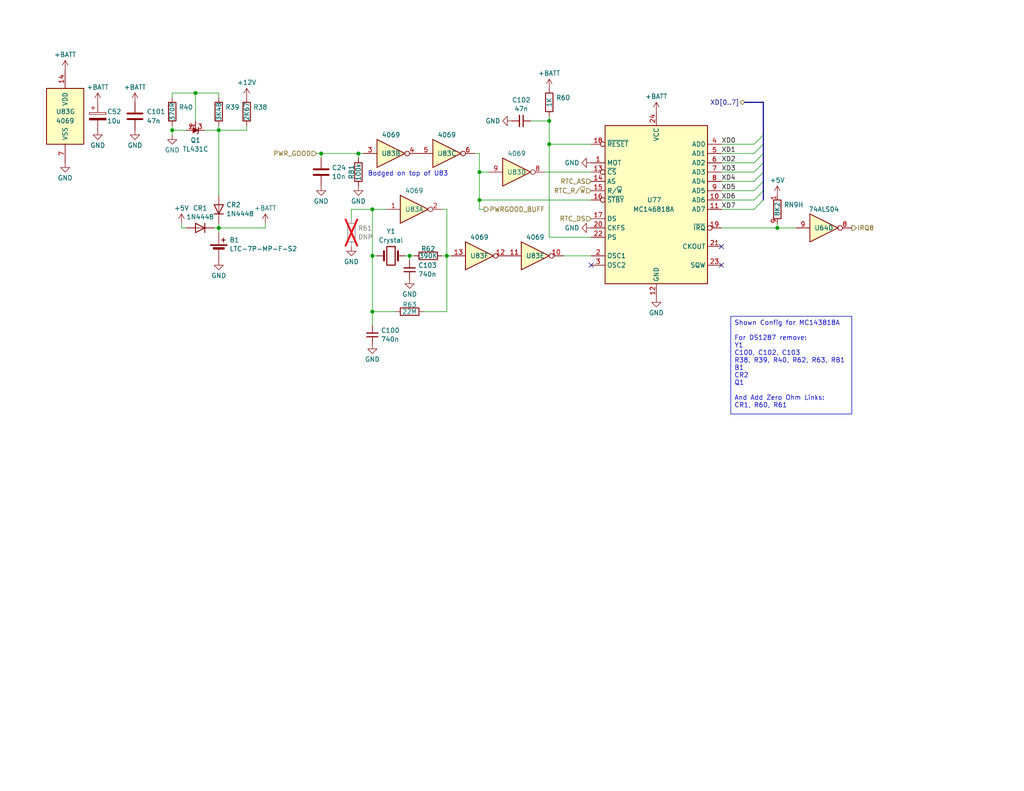
<source format=kicad_sch>
(kicad_sch (version 20230121) (generator eeschema)
  (paper "USLetter")
  (lib_symbols
    (symbol "+12V_1" (power) (pin_names (offset 0))
      (property "Value" "+12V_1" (at 0 3.556 0))
      (symbol "+12V_1_0_1"
        (polyline (pts (xy -0.762 1.27) (xy 0 2.54)))
        (polyline (pts (xy 0 0) (xy 0 2.54)))
        (polyline (pts (xy 0 2.54) (xy 0.762 1.27)))
      )
      (symbol "+12V_1_1_1"
        (pin power_in line (at 0 0 90) (length 0) hide (name "+12V") (number "1"))
      )
    )
    (symbol "4xxx:4069" (pin_names (offset 1.016))
      (property "Reference" "U" (at 0 1.27 0))
      (property "Value" "4069" (at 0 -1.27 0))
      (symbol "4069_1_0"
        (polyline (pts (xy -3.81 3.81) (xy -3.81 -3.81) (xy 3.81 0) (xy -3.81 3.81)) (stroke (width 0.254)) (fill (type background)))
        (pin input line (at -7.62 0 0) (length 3.81) (name "~") (number "1"))
        (pin output inverted (at 7.62 0 180) (length 3.81) (name "~") (number "2"))
      )
      (symbol "4069_2_0"
        (polyline (pts (xy -3.81 3.81) (xy -3.81 -3.81) (xy 3.81 0) (xy -3.81 3.81)) (stroke (width 0.254)) (fill (type background)))
        (pin input line (at -7.62 0 0) (length 3.81) (name "~") (number "3"))
        (pin output inverted (at 7.62 0 180) (length 3.81) (name "~") (number "4"))
      )
      (symbol "4069_3_0"
        (polyline (pts (xy -3.81 3.81) (xy -3.81 -3.81) (xy 3.81 0) (xy -3.81 3.81)) (stroke (width 0.254)) (fill (type background)))
        (pin input line (at -7.62 0 0) (length 3.81) (name "~") (number "5"))
        (pin output inverted (at 7.62 0 180) (length 3.81) (name "~") (number "6"))
      )
      (symbol "4069_4_0"
        (polyline (pts (xy -3.81 3.81) (xy -3.81 -3.81) (xy 3.81 0) (xy -3.81 3.81)) (stroke (width 0.254)) (fill (type background)))
        (pin output inverted (at 7.62 0 180) (length 3.81) (name "~") (number "8"))
        (pin input line (at -7.62 0 0) (length 3.81) (name "~") (number "9"))
      )
      (symbol "4069_5_0"
        (polyline (pts (xy -3.81 3.81) (xy -3.81 -3.81) (xy 3.81 0) (xy -3.81 3.81)) (stroke (width 0.254)) (fill (type background)))
        (pin output inverted (at 7.62 0 180) (length 3.81) (name "~") (number "10"))
        (pin input line (at -7.62 0 0) (length 3.81) (name "~") (number "11"))
      )
      (symbol "4069_6_0"
        (polyline (pts (xy -3.81 3.81) (xy -3.81 -3.81) (xy 3.81 0) (xy -3.81 3.81)) (stroke (width 0.254)) (fill (type background)))
        (pin output inverted (at 7.62 0 180) (length 3.81) (name "~") (number "12"))
        (pin input line (at -7.62 0 0) (length 3.81) (name "~") (number "13"))
      )
      (symbol "4069_7_0"
        (pin power_in line (at 0 12.7 270) (length 5.08) (name "VDD") (number "14"))
        (pin power_in line (at 0 -12.7 90) (length 5.08) (name "VSS") (number "7"))
      )
      (symbol "4069_7_1"
        (rectangle (start -5.08 7.62) (end 5.08 -7.62) (stroke (width 0.254)) (fill (type background)))
      )
    )
    (symbol "74xx:74LS04"
      (property "Reference" "U" (at 0 1.27 0))
      (property "Value" "74LS04" (at 0 -1.27 0))
      (symbol "74LS04_1_0"
        (polyline (pts (xy -3.81 3.81) (xy -3.81 -3.81) (xy 3.81 0) (xy -3.81 3.81)) (stroke (width 0.254)) (fill (type background)))
        (pin input line (at -7.62 0 0) (length 3.81) (name "~") (number "1"))
        (pin output inverted (at 7.62 0 180) (length 3.81) (name "~") (number "2"))
      )
      (symbol "74LS04_2_0"
        (polyline (pts (xy -3.81 3.81) (xy -3.81 -3.81) (xy 3.81 0) (xy -3.81 3.81)) (stroke (width 0.254)) (fill (type background)))
        (pin input line (at -7.62 0 0) (length 3.81) (name "~") (number "3"))
        (pin output inverted (at 7.62 0 180) (length 3.81) (name "~") (number "4"))
      )
      (symbol "74LS04_3_0"
        (polyline (pts (xy -3.81 3.81) (xy -3.81 -3.81) (xy 3.81 0) (xy -3.81 3.81)) (stroke (width 0.254)) (fill (type background)))
        (pin input line (at -7.62 0 0) (length 3.81) (name "~") (number "5"))
        (pin output inverted (at 7.62 0 180) (length 3.81) (name "~") (number "6"))
      )
      (symbol "74LS04_4_0"
        (polyline (pts (xy -3.81 3.81) (xy -3.81 -3.81) (xy 3.81 0) (xy -3.81 3.81)) (stroke (width 0.254)) (fill (type background)))
        (pin output inverted (at 7.62 0 180) (length 3.81) (name "~") (number "8"))
        (pin input line (at -7.62 0 0) (length 3.81) (name "~") (number "9"))
      )
      (symbol "74LS04_5_0"
        (polyline (pts (xy -3.81 3.81) (xy -3.81 -3.81) (xy 3.81 0) (xy -3.81 3.81)) (stroke (width 0.254)) (fill (type background)))
        (pin output inverted (at 7.62 0 180) (length 3.81) (name "~") (number "10"))
        (pin input line (at -7.62 0 0) (length 3.81) (name "~") (number "11"))
      )
      (symbol "74LS04_6_0"
        (polyline (pts (xy -3.81 3.81) (xy -3.81 -3.81) (xy 3.81 0) (xy -3.81 3.81)) (stroke (width 0.254)) (fill (type background)))
        (pin output inverted (at 7.62 0 180) (length 3.81) (name "~") (number "12"))
        (pin input line (at -7.62 0 0) (length 3.81) (name "~") (number "13"))
      )
      (symbol "74LS04_7_0"
        (pin power_in line (at 0 12.7 270) (length 5.08) (name "VCC") (number "14"))
        (pin power_in line (at 0 -12.7 90) (length 5.08) (name "GND") (number "7"))
      )
      (symbol "74LS04_7_1"
        (rectangle (start -5.08 7.62) (end 5.08 -7.62) (stroke (width 0.254)) (fill (type background)))
      )
    )
    (symbol "Device:Battery_Cell" (pin_numbers hide) (pin_names (offset 0) hide)
      (property "Reference" "BT" (at 2.54 2.54 0))
      (property "Value" "Battery_Cell" (at 2.54 0 0))
      (symbol "Battery_Cell_0_1"
        (rectangle (start -2.286 1.778) (end 2.286 1.524) (fill (type outline)))
        (rectangle (start -1.524 1.016) (end 1.524 0.508) (fill (type outline)))
        (polyline (pts (xy 0 0.762) (xy 0 0)))
        (polyline (pts (xy 0 1.778) (xy 0 2.54)))
        (polyline (pts (xy 0.762 3.048) (xy 1.778 3.048)) (stroke (width 0.254)))
        (polyline (pts (xy 1.27 3.556) (xy 1.27 2.54)) (stroke (width 0.254)))
      )
      (symbol "Battery_Cell_1_1"
        (pin passive line (at 0 5.08 270) (length 2.54) (name "+") (number "1"))
        (pin passive line (at 0 -2.54 90) (length 2.54) (name "-") (number "2"))
      )
    )
    (symbol "Device:C" (pin_numbers hide) (pin_names (offset 0.254))
      (property "Reference" "C" (at 0.635 2.54 0))
      (property "Value" "C" (at 0.635 -2.54 0))
      (symbol "C_0_1"
        (polyline (pts (xy -2.032 -0.762) (xy 2.032 -0.762)) (stroke (width 0.508)))
        (polyline (pts (xy -2.032 0.762) (xy 2.032 0.762)) (stroke (width 0.508)))
      )
      (symbol "C_1_1"
        (pin passive line (at 0 3.81 270) (length 2.794) (name "~") (number "1"))
        (pin passive line (at 0 -3.81 90) (length 2.794) (name "~") (number "2"))
      )
    )
    (symbol "Device:C_Polarized" (pin_numbers hide) (pin_names (offset 0.254))
      (property "Reference" "C" (at 0.635 2.54 0))
      (property "Value" "C_Polarized" (at 0.635 -2.54 0))
      (symbol "C_Polarized_0_1"
        (rectangle (start -2.286 0.508) (end 2.286 1.016))
        (polyline (pts (xy -1.778 2.286) (xy -0.762 2.286)))
        (polyline (pts (xy -1.27 2.794) (xy -1.27 1.778)))
        (rectangle (start 2.286 -0.508) (end -2.286 -1.016) (fill (type outline)))
      )
      (symbol "C_Polarized_1_1"
        (pin passive line (at 0 3.81 270) (length 2.794) (name "~") (number "1"))
        (pin passive line (at 0 -3.81 90) (length 2.794) (name "~") (number "2"))
      )
    )
    (symbol "Device:C_Small" (pin_numbers hide) (pin_names (offset 0.254) hide)
      (property "Reference" "C" (at 0.254 1.778 0))
      (property "Value" "C_Small" (at 0.254 -2.032 0))
      (symbol "C_Small_0_1"
        (polyline (pts (xy -1.524 -0.508) (xy 1.524 -0.508)) (stroke (width 0.3302)))
        (polyline (pts (xy -1.524 0.508) (xy 1.524 0.508)) (stroke (width 0.3048)))
      )
      (symbol "C_Small_1_1"
        (pin passive line (at 0 2.54 270) (length 2.032) (name "~") (number "1"))
        (pin passive line (at 0 -2.54 90) (length 2.032) (name "~") (number "2"))
      )
    )
    (symbol "Device:Crystal" (pin_numbers hide) (pin_names (offset 1.016) hide)
      (property "Reference" "Y" (at 0 3.81 0))
      (property "Value" "Crystal" (at 0 -3.81 0))
      (symbol "Crystal_0_1"
        (rectangle (start -1.143 2.54) (end 1.143 -2.54) (stroke (width 0.3048)))
        (polyline (pts (xy -2.54 0) (xy -1.905 0)))
        (polyline (pts (xy -1.905 -1.27) (xy -1.905 1.27)) (stroke (width 0.508)))
        (polyline (pts (xy 1.905 -1.27) (xy 1.905 1.27)) (stroke (width 0.508)))
        (polyline (pts (xy 2.54 0) (xy 1.905 0)))
      )
      (symbol "Crystal_1_1"
        (pin passive line (at -3.81 0 0) (length 1.27) (name "1") (number "1"))
        (pin passive line (at 3.81 0 180) (length 1.27) (name "2") (number "2"))
      )
    )
    (symbol "Device:D" (pin_numbers hide) (pin_names (offset 1.016) hide)
      (property "Reference" "D" (at 0 2.54 0))
      (property "Value" "D" (at 0 -2.54 0))
      (symbol "D_0_1"
        (polyline (pts (xy -1.27 1.27) (xy -1.27 -1.27)) (stroke (width 0.254)))
        (polyline (pts (xy 1.27 0) (xy -1.27 0)))
        (polyline (pts (xy 1.27 1.27) (xy 1.27 -1.27) (xy -1.27 0) (xy 1.27 1.27)) (stroke (width 0.254)))
      )
      (symbol "D_1_1"
        (pin passive line (at -3.81 0 0) (length 2.54) (name "K") (number "1"))
        (pin passive line (at 3.81 0 180) (length 2.54) (name "A") (number "2"))
      )
    )
    (symbol "Device:R" (pin_numbers hide) (pin_names (offset 0))
      (property "Reference" "R" (at 2.032 0 90))
      (property "Value" "R" (at 0 0 90))
      (symbol "R_0_1"
        (rectangle (start -1.016 -2.54) (end 1.016 2.54) (stroke (width 0.254)))
      )
      (symbol "R_1_1"
        (pin passive line (at 0 3.81 270) (length 1.27) (name "~") (number "1"))
        (pin passive line (at 0 -3.81 90) (length 1.27) (name "~") (number "2"))
      )
    )
    (symbol "Device:R_Network09_Split" (pin_names (offset 0) hide)
      (property "Reference" "RN" (at 2.032 0 90))
      (property "Value" "R_Network09_Split" (at 0 0 90))
      (symbol "R_Network09_Split_0_1"
        (rectangle (start 1.016 2.54) (end -1.016 -2.54) (stroke (width 0.254)))
        (pin passive line (at 0 3.81 270) (length 1.27) (name "R1") (number "1"))
      )
      (symbol "R_Network09_Split_1_1"
        (pin passive line (at 0 -3.81 90) (length 1.27) (name "R1.2") (number "2"))
      )
      (symbol "R_Network09_Split_2_1"
        (pin passive line (at 0 -3.81 90) (length 1.27) (name "R2.2") (number "3"))
      )
      (symbol "R_Network09_Split_3_1"
        (pin passive line (at 0 -3.81 90) (length 1.27) (name "R3.2") (number "4"))
      )
      (symbol "R_Network09_Split_4_1"
        (pin passive line (at 0 -3.81 90) (length 1.27) (name "R4.2") (number "5"))
      )
      (symbol "R_Network09_Split_5_1"
        (pin passive line (at 0 -3.81 90) (length 1.27) (name "R5.2") (number "6"))
      )
      (symbol "R_Network09_Split_6_1"
        (pin passive line (at 0 -3.81 90) (length 1.27) (name "R6.2") (number "7"))
      )
      (symbol "R_Network09_Split_7_1"
        (pin passive line (at 0 -3.81 90) (length 1.27) (name "R7.2") (number "8"))
      )
      (symbol "R_Network09_Split_8_1"
        (pin passive line (at 0 -3.81 90) (length 1.27) (name "R8.2") (number "9"))
      )
      (symbol "R_Network09_Split_9_1"
        (pin passive line (at 0 -3.81 90) (length 1.27) (name "R9.2") (number "10"))
      )
    )
    (symbol "Reference_Voltage:TL431LP" (pin_names hide)
      (property "Reference" "U" (at -2.54 2.54 0))
      (property "Value" "TL431LP" (at 0 -2.54 0))
      (symbol "TL431LP_0_1"
        (polyline (pts (xy -1.27 0) (xy 0 0) (xy 1.27 0)))
        (polyline (pts (xy -0.762 0.762) (xy 0.762 0) (xy -0.762 -0.762)) (fill (type outline)))
        (polyline (pts (xy 0.508 -1.016) (xy 0.762 -0.762) (xy 0.762 0.762) (xy 0.762 0.762)) (stroke (width 0.254)))
      )
      (symbol "TL431LP_1_1"
        (pin passive line (at 0 2.54 270) (length 2.54) (name "REF") (number "1"))
        (pin passive line (at -2.54 0 0) (length 2.54) (name "A") (number "2"))
        (pin passive line (at 2.54 0 180) (length 2.54) (name "K") (number "3"))
      )
    )
    (symbol "power:+5V" (power) (pin_names (offset 0))
      (property "Value" "+5V" (at 0 3.556 0))
      (symbol "+5V_0_1"
        (polyline (pts (xy -0.762 1.27) (xy 0 2.54)))
        (polyline (pts (xy 0 0) (xy 0 2.54)))
        (polyline (pts (xy 0 2.54) (xy 0.762 1.27)))
      )
      (symbol "+5V_1_1"
        (pin power_in line (at 0 0 90) (length 0) hide (name "+5V") (number "1"))
      )
    )
    (symbol "power:+BATT" (power) (pin_names (offset 0))
      (property "Value" "+BATT" (at 0 3.556 0))
      (symbol "+BATT_0_1"
        (polyline (pts (xy -0.762 1.27) (xy 0 2.54)))
        (polyline (pts (xy 0 0) (xy 0 2.54)))
        (polyline (pts (xy 0 2.54) (xy 0.762 1.27)))
      )
      (symbol "+BATT_1_1"
        (pin power_in line (at 0 0 90) (length 0) hide (name "+BATT") (number "1"))
      )
    )
    (symbol "power:GND" (power) (pin_names (offset 0))
      (property "Value" "GND" (at 0 -3.81 0))
      (symbol "GND_0_1"
        (polyline (pts (xy 0 0) (xy 0 -1.27) (xy 1.27 -1.27) (xy 0 -2.54) (xy -1.27 -1.27) (xy 0 -1.27)))
      )
      (symbol "GND_1_1"
        (pin power_in line (at 0 0 270) (length 0) hide (name "GND") (number "1"))
      )
    )
    (symbol "raysstuff:MC146818A"
      (property "Reference" "U" (at 0 1.27 0))
      (property "Value" "MC146818A" (at 0 -1.27 0))
      (symbol "MC146818A_1_1"
        (rectangle (start -13.97 21.59) (end 13.97 -21.59) (stroke (width 0.254)) (fill (type background)))
        (pin input line (at -17.78 11.43 0) (length 3.81) (name "MOT") (number "1"))
        (pin tri_state line (at 17.78 1.27 180) (length 3.81) (name "AD6") (number "10"))
        (pin tri_state line (at 17.78 -1.27 180) (length 3.81) (name "AD7") (number "11"))
        (pin power_in line (at 0 -25.4 90) (length 3.81) (name "GND") (number "12"))
        (pin input inverted (at -17.78 8.89 0) (length 3.81) (name "~{CS}") (number "13"))
        (pin input line (at -17.78 6.35 0) (length 3.81) (name "AS") (number "14"))
        (pin input line (at -17.78 3.81 0) (length 3.81) (name "R/~{W}") (number "15"))
        (pin input inverted (at -17.78 1.27 0) (length 3.81) (name "~{STBY}") (number "16"))
        (pin input line (at -17.78 -3.81 0) (length 3.81) (name "DS") (number "17"))
        (pin input inverted (at -17.78 16.51 0) (length 3.81) (name "~{RESET}") (number "18"))
        (pin output inverted (at 17.78 -6.35 180) (length 3.81) (name "~{IRQ}") (number "19"))
        (pin input line (at -17.78 -13.97 0) (length 3.81) (name "OSC1") (number "2"))
        (pin input line (at -17.78 -6.35 0) (length 3.81) (name "CKFS") (number "20"))
        (pin output line (at 17.78 -11.43 180) (length 3.81) (name "CKOUT") (number "21"))
        (pin input line (at -17.78 -8.89 0) (length 3.81) (name "PS") (number "22"))
        (pin output line (at 17.78 -16.51 180) (length 3.81) (name "SQW") (number "23"))
        (pin power_in line (at 0 25.4 270) (length 3.81) (name "VCC") (number "24"))
        (pin output line (at -17.78 -16.51 0) (length 3.81) (name "OSC2") (number "3"))
        (pin tri_state line (at 17.78 16.51 180) (length 3.81) (name "AD0") (number "4"))
        (pin tri_state line (at 17.78 13.97 180) (length 3.81) (name "AD1") (number "5"))
        (pin tri_state line (at 17.78 11.43 180) (length 3.81) (name "AD2") (number "6"))
        (pin tri_state line (at 17.78 8.89 180) (length 3.81) (name "AD3") (number "7"))
        (pin tri_state line (at 17.78 6.35 180) (length 3.81) (name "AD4") (number "8"))
        (pin tri_state line (at 17.78 3.81 180) (length 3.81) (name "AD5") (number "9"))
      )
    )
  )
  (junction (at 101.6 85.09))
  (junction (at 59.69 35.56))
  (junction (at 59.69 62.23))
  (junction (at 111.76 69.85))
  (junction (at 149.86 33.02))
  (junction (at 149.86 39.37))
  (junction (at 46.99 35.56))
  (junction (at 87.63 41.91))
  (junction (at 212.09 62.23))
  (junction (at 101.6 69.85))
  (junction (at 97.79 41.91))
  (junction (at 101.6 57.15))
  (junction (at 130.81 54.61))
  (junction (at 130.81 46.99))
  (junction (at 53.34 25.4))
  (junction (at 121.92 69.85))
  (no_connect (at 161.29 72.39))
  (no_connect (at 196.85 67.31))
  (no_connect (at 196.85 72.39))
  (bus_entry (at 208.28 54.61) (size -2.54 2.54))
  (bus_entry (at 208.28 39.37) (size -2.54 2.54))
  (bus_entry (at 208.28 52.07) (size -2.54 2.54))
  (bus_entry (at 208.28 46.99) (size -2.54 2.54))
  (bus_entry (at 208.28 44.45) (size -2.54 2.54))
  (bus_entry (at 208.28 36.83) (size -2.54 2.54))
  (bus_entry (at 208.28 49.53) (size -2.54 2.54))
  (bus_entry (at 208.28 41.91) (size -2.54 2.54))
  (wire (pts (xy 149.86 64.77) (xy 161.29 64.77)))
  (wire (pts (xy 95.885 59.69) (xy 95.885 57.15)))
  (wire (pts (xy 46.99 26.67) (xy 46.99 25.4)))
  (wire (pts (xy 87.63 41.91) (xy 97.79 41.91)))
  (wire (pts (xy 120.65 57.15) (xy 121.92 57.15)))
  (bus (pts (xy 208.28 41.91) (xy 208.28 44.45)))
  (wire (pts (xy 59.69 35.56) (xy 67.31 35.56)))
  (wire (pts (xy 121.92 57.15) (xy 121.92 69.85)))
  (wire (pts (xy 149.86 33.02) (xy 149.86 39.37)))
  (wire (pts (xy 149.86 31.75) (xy 149.86 33.02)))
  (wire (pts (xy 148.59 46.99) (xy 161.29 46.99)))
  (wire (pts (xy 59.69 26.67) (xy 59.69 25.4)))
  (wire (pts (xy 111.76 69.85) (xy 111.76 71.12)))
  (wire (pts (xy 59.69 60.96) (xy 59.69 62.23)))
  (bus (pts (xy 208.28 52.07) (xy 208.28 54.61)))
  (wire (pts (xy 129.54 41.91) (xy 130.81 41.91)))
  (wire (pts (xy 110.49 69.85) (xy 111.76 69.85)))
  (wire (pts (xy 86.36 41.91) (xy 87.63 41.91)))
  (wire (pts (xy 149.86 39.37) (xy 149.86 64.77)))
  (wire (pts (xy 132.08 57.15) (xy 130.81 57.15)))
  (wire (pts (xy 53.34 25.4) (xy 53.34 33.02)))
  (wire (pts (xy 59.69 62.23) (xy 59.69 63.5)))
  (wire (pts (xy 217.17 62.23) (xy 212.09 62.23)))
  (wire (pts (xy 196.85 49.53) (xy 205.74 49.53)))
  (wire (pts (xy 67.31 34.29) (xy 67.31 35.56)))
  (wire (pts (xy 115.57 85.09) (xy 121.92 85.09)))
  (wire (pts (xy 196.85 46.99) (xy 205.74 46.99)))
  (wire (pts (xy 101.6 57.15) (xy 101.6 69.85)))
  (bus (pts (xy 208.28 39.37) (xy 208.28 41.91)))
  (wire (pts (xy 196.85 54.61) (xy 205.74 54.61)))
  (wire (pts (xy 55.88 35.56) (xy 59.69 35.56)))
  (wire (pts (xy 196.85 52.07) (xy 205.74 52.07)))
  (wire (pts (xy 196.85 57.15) (xy 205.74 57.15)))
  (wire (pts (xy 46.99 35.56) (xy 50.8 35.56)))
  (wire (pts (xy 46.99 34.29) (xy 46.99 35.56)))
  (wire (pts (xy 46.99 25.4) (xy 53.34 25.4)))
  (wire (pts (xy 101.6 57.15) (xy 105.41 57.15)))
  (wire (pts (xy 196.85 44.45) (xy 205.74 44.45)))
  (wire (pts (xy 46.99 35.56) (xy 46.99 36.83)))
  (bus (pts (xy 208.28 44.45) (xy 208.28 46.99)))
  (bus (pts (xy 208.28 36.83) (xy 208.28 39.37)))
  (wire (pts (xy 72.39 60.96) (xy 72.39 62.23)))
  (bus (pts (xy 208.28 49.53) (xy 208.28 52.07)))
  (wire (pts (xy 101.6 69.85) (xy 101.6 85.09)))
  (wire (pts (xy 97.79 41.91) (xy 99.06 41.91)))
  (wire (pts (xy 130.81 46.99) (xy 130.81 41.91)))
  (wire (pts (xy 130.81 57.15) (xy 130.81 54.61)))
  (wire (pts (xy 49.53 62.23) (xy 50.8 62.23)))
  (wire (pts (xy 53.34 25.4) (xy 59.69 25.4)))
  (wire (pts (xy 101.6 85.09) (xy 107.95 85.09)))
  (bus (pts (xy 208.28 46.99) (xy 208.28 49.53)))
  (wire (pts (xy 58.42 62.23) (xy 59.69 62.23)))
  (bus (pts (xy 203.2 27.94) (xy 208.28 27.94)))
  (wire (pts (xy 149.86 39.37) (xy 161.29 39.37)))
  (wire (pts (xy 130.81 46.99) (xy 133.35 46.99)))
  (wire (pts (xy 196.85 41.91) (xy 205.74 41.91)))
  (wire (pts (xy 130.81 54.61) (xy 161.29 54.61)))
  (wire (pts (xy 97.79 43.18) (xy 97.79 41.91)))
  (bus (pts (xy 208.28 27.94) (xy 208.28 36.83)))
  (wire (pts (xy 153.67 69.85) (xy 161.29 69.85)))
  (wire (pts (xy 87.63 41.91) (xy 87.63 43.18)))
  (wire (pts (xy 59.69 34.29) (xy 59.69 35.56)))
  (wire (pts (xy 101.6 69.85) (xy 102.87 69.85)))
  (wire (pts (xy 95.885 57.15) (xy 101.6 57.15)))
  (wire (pts (xy 123.19 69.85) (xy 121.92 69.85)))
  (wire (pts (xy 144.78 33.02) (xy 149.86 33.02)))
  (wire (pts (xy 212.09 60.96) (xy 212.09 62.23)))
  (wire (pts (xy 49.53 60.96) (xy 49.53 62.23)))
  (wire (pts (xy 130.81 46.99) (xy 130.81 54.61)))
  (wire (pts (xy 101.6 85.09) (xy 101.6 88.9)))
  (wire (pts (xy 59.69 53.34) (xy 59.69 35.56)))
  (wire (pts (xy 121.92 69.85) (xy 120.65 69.85)))
  (wire (pts (xy 196.85 39.37) (xy 205.74 39.37)))
  (wire (pts (xy 121.92 85.09) (xy 121.92 69.85)))
  (wire (pts (xy 59.69 62.23) (xy 72.39 62.23)))
  (wire (pts (xy 196.85 62.23) (xy 212.09 62.23)))
  (wire (pts (xy 111.76 69.85) (xy 113.03 69.85)))
  (text_box "Shown Config for MC143818A\n\nFor DS1287 remove:\nY1\nC100, C102, C103\nR38, R39, R40, R62, R63, RB1\nB1\nCR2\nQ1\n\nAnd Add Zero Ohm Links:\nCR1, R60, R61" (at 199.39 86.36 0) (size 33.02 26.67) (effects (font (size 1.27 1.27)) (justify left top)))
  (text "Bodged on top of U83" (at 100.33 48.26 0) (effects (font (size 1.27 1.27)) (justify left bottom)))
  (label "XD2" (at 196.85 44.45 0))
  (label "XD0" (at 196.85 39.37 0))
  (label "XD5" (at 196.85 52.07 0))
  (label "XD1" (at 196.85 41.91 0))
  (label "XD4" (at 196.85 49.53 0))
  (label "XD6" (at 196.85 54.61 0))
  (label "XD3" (at 196.85 46.99 0))
  (label "XD7" (at 196.85 57.15 0))
  (hierarchical_label "RTC_R{slash}~{W}" (shape input) (at 161.29 52.07 180))
  (hierarchical_label "PWRGOOD_BUFF" (shape output) (at 132.08 57.15 0))
  (hierarchical_label "PWR_GOOD" (shape input) (at 86.36 41.91 180))
  (hierarchical_label "XD[0..7]" (shape bidirectional) (at 203.2 27.94 180))
  (hierarchical_label "RTC_AS" (shape input) (at 161.29 49.53 180))
  (hierarchical_label "IRQ8" (shape output) (at 232.41 62.23 0))
  (hierarchical_label "RTC_DS" (shape input) (at 161.29 59.69 180))
  (symbol (lib_id "Device:C") (at 36.83 31.75 0) (unit 1)
    (property "Reference" "C101" (at 40.005 30.48 0) (effects (justify left)))
    (property "Value" "47n" (at 40.005 33.02 0) (effects (justify left)))
  )
  (symbol (lib_id "Device:R") (at 111.76 85.09 90) (unit 1)
    (property "Reference" "R63" (at 111.76 83.185 90))
    (property "Value" "22M" (at 111.76 85.09 90))
  )
  (symbol (lib_id "Device:C_Small") (at 142.24 33.02 270) (unit 1)
    (property "Reference" "C102" (at 142.2336 27.3136 90))
    (property "Value" "47n" (at 142.2336 29.7378 90))
  )
  (symbol (lib_id "Device:R_Network09_Split") (at 212.09 57.15 0) (unit 8)
    (property "Reference" "RN9" (at 213.868 55.9379 0) (effects (justify left)))
    (property "Value" "8K2" (at 212.09 59.055 90) (effects (justify left)))
    (property "Footprint" "Resistor_THT:R_Array_SIP10" (effects hide))
    (property "Datasheet" "http://www.vishay.com/docs/31509/csc.pdf" (effects hide))
  )
  (symbol (lib_id "power:+5V") (at 49.53 60.96 0) (unit 1)
    (property "Reference" "#PWR051" (effects hide))
    (property "Value" "+5V" (at 49.53 56.8269 0))
  )
  (symbol (lib_id "Device:R") (at 46.99 30.48 0) (unit 1)
    (property "Reference" "R40" (at 48.768 29.2679 0) (effects (justify left)))
    (property "Value" "370R" (at 46.99 33.02 90) (effects (justify left)))
  )
  (symbol (lib_id "power:GND") (at 101.6 93.98 0) (unit 1)
    (property "Reference" "#PWR0220" (effects hide))
    (property "Value" "GND" (at 101.6 98.1131 0))
  )
  (symbol (lib_id "power:GND") (at 46.99 36.83 0) (unit 1)
    (property "Reference" "#PWR050" (effects hide))
    (property "Value" "GND" (at 46.99 40.9631 0))
  )
  (symbol (lib_id "Device:Battery_Cell") (at 59.69 68.58 0) (unit 1)
    (property "Reference" "B1" (at 62.611 65.5264 0) (effects (justify left)))
    (property "Value" "LTC-7P-MP-F-S2" (at 62.611 67.9506 0) (effects (justify left)))
  )
  (symbol (lib_id "Device:R") (at 116.84 69.85 90) (unit 1)
    (property "Reference" "R62" (at 116.84 67.945 90))
    (property "Value" "390K" (at 116.84 69.85 90))
  )
  (symbol (lib_id "power:GND") (at 36.83 35.56 0) (unit 1)
    (property "Reference" "#PWR081" (effects hide))
    (property "Value" "GND" (at 36.83 39.6931 0))
  )
  (symbol (lib_id "Device:C_Polarized") (at 26.67 31.75 0) (unit 1)
    (property "Reference" "C52" (at 29.21 30.48 0) (effects (justify left)))
    (property "Value" "10u" (at 29.21 33.02 0) (effects (justify left)))
  )
  (symbol (lib_id "power:+5V") (at 212.09 53.34 0) (unit 1)
    (property "Reference" "#PWR0241" (effects hide))
    (property "Value" "+5V" (at 212.09 49.2069 0))
  )
  (symbol (lib_id "power:GND") (at 139.7 33.02 270) (unit 1)
    (property "Reference" "#PWR0222" (effects hide))
    (property "Value" "GND" (at 136.5251 33.02 90) (effects (justify right)))
  )
  (symbol (lib_id "power:+BATT") (at 36.83 27.94 0) (unit 1)
    (property "Reference" "#PWR080" (effects hide))
    (property "Value" "+BATT" (at 36.83 23.8069 0))
  )
  (symbol (lib_id "power:GND") (at 87.63 50.8 0) (unit 1)
    (property "Reference" "#PWR082" (effects hide))
    (property "Value" "GND" (at 87.63 54.9331 0))
  )
  (symbol (lib_id "4xxx:4069") (at 17.78 31.75 0) (unit 7)
    (property "Reference" "U83" (at 15.24 30.48 0) (effects (justify left)))
    (property "Value" "4069" (at 15.24 33.02 0) (effects (justify left)))
    (property "Footprint" "Package_DIP:DIP-14_W7.62mm" (effects hide))
    (property "Datasheet" "http://www.intersil.com/content/dam/Intersil/documents/cd40/cd4069ubms.pdf" (effects hide))
  )
  (symbol (lib_id "74xx:74LS04") (at 224.79 62.23 0) (unit 4)
    (property "Reference" "U64" (at 224.79 62.23 0))
    (property "Value" "74ALS04" (at 224.79 57.15 0))
    (property "Footprint" "Package_DIP:DIP-14_W7.62mm" (effects hide))
    (property "Datasheet" "http://www.ti.com/lit/gpn/sn74LS04" (effects hide))
  )
  (symbol (lib_id "power:GND") (at 161.29 44.45 270) (unit 1)
    (property "Reference" "#PWR0224" (effects hide))
    (property "Value" "GND" (at 158.1151 44.45 90) (effects (justify right)))
  )
  (symbol (lib_name "+12V_1") (lib_id "power:+12V") (at 67.31 26.67 0) (unit 1)
    (property "Reference" "#PWR0564" (effects hide))
    (property "Value" "+12V" (at 67.31 22.5369 0))
  )
  (symbol (lib_id "power:+BATT") (at 17.78 19.05 0) (unit 1)
    (property "Reference" "#PWR0393" (effects hide))
    (property "Value" "+BATT" (at 17.78 14.9169 0))
  )
  (symbol (lib_id "Device:R") (at 95.885 63.5 180) (unit 1) (dnp yes)
    (property "Reference" "R61" (at 97.663 62.2879 0) (effects (justify right)))
    (property "Value" "DNP" (at 97.663 64.7121 0) (effects (justify right)))
  )
  (symbol (lib_id "power:GND") (at 26.67 35.56 0) (unit 1)
    (property "Reference" "#PWR0217" (effects hide))
    (property "Value" "GND" (at 26.67 39.6931 0))
  )
  (symbol (lib_id "Device:R") (at 59.69 30.48 0) (unit 1)
    (property "Reference" "R39" (at 61.468 29.2679 0) (effects (justify left)))
    (property "Value" "3K48" (at 59.69 33.02 90) (effects (justify left)))
    (property "Tolerance" "1%" (effects hide))
  )
  (symbol (lib_id "Device:Crystal") (at 106.68 69.85 0) (unit 1)
    (property "Reference" "Y1" (at 106.68 63.1403 0))
    (property "Value" "Crystal" (at 106.68 65.5645 0))
  )
  (symbol (lib_id "power:GND") (at 111.76 76.2 0) (unit 1)
    (property "Reference" "#PWR0221" (effects hide))
    (property "Value" "GND" (at 111.76 80.3331 0))
  )
  (symbol (lib_id "power:+BATT") (at 26.67 27.94 0) (unit 1)
    (property "Reference" "#PWR0198" (effects hide))
    (property "Value" "+BATT" (at 26.67 23.8069 0))
  )
  (symbol (lib_id "power:GND") (at 59.69 71.12 0) (unit 1)
    (property "Reference" "#PWR052" (effects hide))
    (property "Value" "GND" (at 59.69 75.2531 0))
  )
  (symbol (lib_id "4xxx:4069") (at 130.81 69.85 0) (unit 6)
    (property "Reference" "U83" (at 130.81 69.85 0))
    (property "Value" "4069" (at 130.81 64.77 0))
    (property "Footprint" "Package_DIP:DIP-14_W7.62mm" (effects hide))
    (property "Datasheet" "http://www.intersil.com/content/dam/Intersil/documents/cd40/cd4069ubms.pdf" (effects hide))
  )
  (symbol (lib_id "Device:C_Small") (at 101.6 91.44 180) (unit 1)
    (property "Reference" "C100" (at 103.9241 90.2215 0) (effects (justify right)))
    (property "Value" "740n" (at 103.9241 92.6457 0) (effects (justify right)))
  )
  (symbol (lib_id "Device:R") (at 97.79 46.99 180) (unit 1)
    (property "Reference" "RB1" (at 95.885 46.99 90))
    (property "Value" "100k" (at 97.79 46.99 90))
  )
  (symbol (lib_id "power:+BATT") (at 72.39 60.96 0) (unit 1)
    (property "Reference" "#PWR079" (effects hide))
    (property "Value" "+BATT" (at 72.39 56.8269 0))
  )
  (symbol (lib_id "Device:R") (at 149.86 27.94 180) (unit 1)
    (property "Reference" "R60" (at 153.67 26.67 0))
    (property "Value" "1K" (at 149.86 27.94 90))
  )
  (symbol (lib_id "Device:R") (at 67.31 30.48 180) (unit 1)
    (property "Reference" "R38" (at 69.088 29.2679 0) (effects (justify right)))
    (property "Value" "2K67" (at 67.31 33.02 90) (effects (justify right)))
    (property "Tolerance" "1%" (effects hide))
  )
  (symbol (lib_id "Device:C_Small") (at 111.76 73.66 180) (unit 1)
    (property "Reference" "C103" (at 114.0841 72.4415 0) (effects (justify right)))
    (property "Value" "740n" (at 114.0841 74.8657 0) (effects (justify right)))
  )
  (symbol (lib_id "raysstuff:MC146818A") (at 179.07 55.88 0) (unit 1)
    (property "Reference" "U77" (at 176.53 54.61 0) (effects (justify left)))
    (property "Value" "MC146818A" (at 172.72 57.15 0) (effects (justify left)))
    (property "Footprint" "Package_DIP:DIP-24_W15.24mm" (effects hide))
  )
  (symbol (lib_id "4xxx:4069") (at 121.92 41.91 0) (unit 3)
    (property "Reference" "U83" (at 121.92 41.91 0))
    (property "Value" "4069" (at 121.92 36.83 0))
    (property "Footprint" "Package_DIP:DIP-14_W7.62mm" (effects hide))
    (property "Datasheet" "http://www.intersil.com/content/dam/Intersil/documents/cd40/cd4069ubms.pdf" (effects hide))
  )
  (symbol (lib_id "power:GND") (at 161.29 62.23 270) (unit 1)
    (property "Reference" "#PWR0225" (effects hide))
    (property "Value" "GND" (at 158.1151 62.23 90) (effects (justify right)))
  )
  (symbol (lib_id "Device:D") (at 59.69 57.15 90) (unit 1)
    (property "Reference" "CR2" (at 61.722 55.9379 90) (effects (justify right)))
    (property "Value" "1N4448" (at 61.722 58.3621 90) (effects (justify right)))
    (property "Sim.Device" "D" (effects hide))
    (property "Sim.Pins" "1=K 2=A" (effects hide))
  )
  (symbol (lib_id "Reference_Voltage:TL431LP") (at 53.34 35.56 0) (unit 1)
    (property "Reference" "Q1" (at 53.34 38.2961 0))
    (property "Value" "TL431C" (at 53.34 40.7203 0))
    (property "Footprint" "Package_TO_SOT_THT:TO-92_Inline" (effects hide))
    (property "Datasheet" "http://www.ti.com/lit/ds/symlink/tl431.pdf" (effects hide))
  )
  (symbol (lib_id "power:+BATT") (at 179.07 30.48 0) (unit 1)
    (property "Reference" "#PWR0226" (effects hide))
    (property "Value" "+BATT" (at 179.07 26.3469 0))
  )
  (symbol (lib_id "4xxx:4069") (at 113.03 57.15 0) (unit 1)
    (property "Reference" "U83" (at 113.03 57.15 0))
    (property "Value" "4069" (at 113.03 52.07 0))
    (property "Footprint" "Package_DIP:DIP-14_W7.62mm" (effects hide))
    (property "Datasheet" "http://www.intersil.com/content/dam/Intersil/documents/cd40/cd4069ubms.pdf" (effects hide))
  )
  (symbol (lib_id "power:GND") (at 179.07 81.28 0) (unit 1)
    (property "Reference" "#PWR0227" (effects hide))
    (property "Value" "GND" (at 179.07 85.4131 0))
  )
  (symbol (lib_id "4xxx:4069") (at 106.68 41.91 0) (unit 2)
    (property "Reference" "U83" (at 106.68 41.91 0))
    (property "Value" "4069" (at 106.68 36.83 0))
    (property "Footprint" "Package_DIP:DIP-14_W7.62mm" (effects hide))
    (property "Datasheet" "http://www.intersil.com/content/dam/Intersil/documents/cd40/cd4069ubms.pdf" (effects hide))
  )
  (symbol (lib_id "Device:C") (at 87.63 46.99 0) (unit 1)
    (property "Reference" "C24" (at 90.551 45.7779 0) (effects (justify left)))
    (property "Value" "10n" (at 90.551 48.2021 0) (effects (justify left)))
  )
  (symbol (lib_id "4xxx:4069") (at 140.97 46.99 0) (unit 4)
    (property "Reference" "U83" (at 140.97 46.99 0))
    (property "Value" "4069" (at 140.97 41.91 0))
    (property "Footprint" "Package_DIP:DIP-14_W7.62mm" (effects hide))
    (property "Datasheet" "http://www.intersil.com/content/dam/Intersil/documents/cd40/cd4069ubms.pdf" (effects hide))
  )
  (symbol (lib_id "power:GND") (at 95.885 67.31 0) (unit 1)
    (property "Reference" "#PWR0218" (effects hide))
    (property "Value" "GND" (at 95.885 71.4431 0))
  )
  (symbol (lib_id "power:GND") (at 97.79 50.8 0) (unit 1)
    (property "Reference" "#PWR0219" (effects hide))
    (property "Value" "GND" (at 97.79 54.9331 0))
  )
  (symbol (lib_id "Device:D") (at 54.61 62.23 180) (unit 1)
    (property "Reference" "CR1" (at 54.61 56.8157 0))
    (property "Value" "1N4448" (at 54.61 59.2399 0))
    (property "Sim.Device" "D" (effects hide))
    (property "Sim.Pins" "1=K 2=A" (effects hide))
  )
  (symbol (lib_id "power:GND") (at 17.78 44.45 0) (unit 1)
    (property "Reference" "#PWR0428" (effects hide))
    (property "Value" "GND" (at 17.78 48.5831 0))
  )
  (symbol (lib_id "4xxx:4069") (at 146.05 69.85 0) (unit 5)
    (property "Reference" "U83" (at 146.05 69.85 0))
    (property "Value" "4069" (at 146.05 64.77 0))
    (property "Footprint" "Package_DIP:DIP-14_W7.62mm" (effects hide))
    (property "Datasheet" "http://www.intersil.com/content/dam/Intersil/documents/cd40/cd4069ubms.pdf" (effects hide))
  )
  (symbol (lib_id "power:+BATT") (at 149.86 24.13 0) (unit 1)
    (property "Reference" "#PWR0223" (effects hide))
    (property "Value" "+BATT" (at 149.86 19.9969 0))
  )
)
</source>
